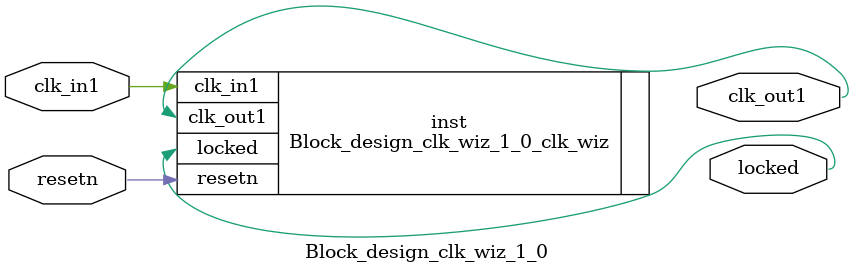
<source format=v>


`timescale 1ps/1ps

(* CORE_GENERATION_INFO = "Block_design_clk_wiz_1_0,clk_wiz_v6_0_2_0_0,{component_name=Block_design_clk_wiz_1_0,use_phase_alignment=true,use_min_o_jitter=false,use_max_i_jitter=false,use_dyn_phase_shift=false,use_inclk_switchover=false,use_dyn_reconfig=false,enable_axi=0,feedback_source=FDBK_AUTO,PRIMITIVE=MMCM,num_out_clk=1,clkin1_period=10.000,clkin2_period=10.000,use_power_down=false,use_reset=true,use_locked=true,use_inclk_stopped=false,feedback_type=SINGLE,CLOCK_MGR_TYPE=NA,manual_override=false}" *)

module Block_design_clk_wiz_1_0 
 (
  // Clock out ports
  output        clk_out1,
  // Status and control signals
  input         resetn,
  output        locked,
 // Clock in ports
  input         clk_in1
 );

  Block_design_clk_wiz_1_0_clk_wiz inst
  (
  // Clock out ports  
  .clk_out1(clk_out1),
  // Status and control signals               
  .resetn(resetn), 
  .locked(locked),
 // Clock in ports
  .clk_in1(clk_in1)
  );

endmodule

</source>
